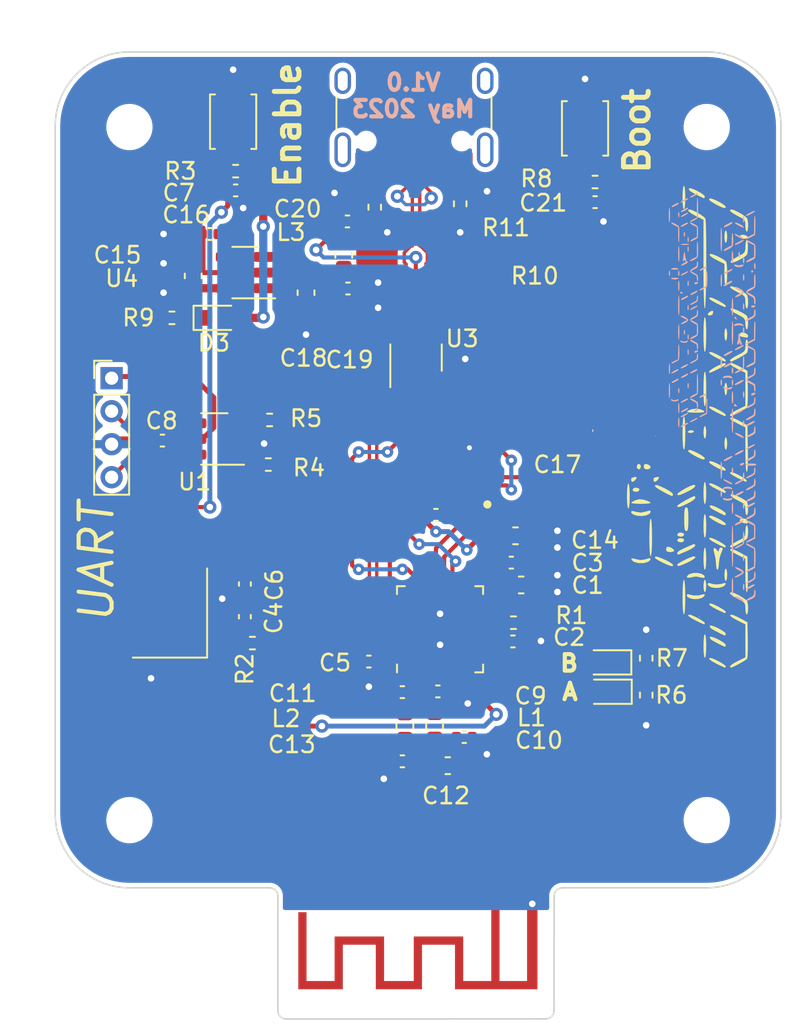
<source format=kicad_pcb>
(kicad_pcb (version 20211014) (generator pcbnew)
  (title_block (title "ESP32-C3") (date "2023-05-14") (rev "1.0") (company "Sebastian Rincon"))
  (layers (0 "F.Cu" signal) (31 "B.Cu" power) (34 "B.Paste" user) (35 "F.Paste" user) (36 "B.SilkS" user "B.Silkscreen") (37 "F.SilkS" user "F.Silkscreen") (38 "B.Mask" user) (39 "F.Mask" user) (44 "Edge.Cuts" user))
  (net 0 "")
  (net 1 "+3.3VA")
  (net 2 "LNA_IN")
  (net 3 "/ANT1")
  (net 4 "Net-(C16-Pad1)")
  (net 5 "/BOOT")
  (net 6 "Net-(D3-Pad1)")
  (net 7 "SPI_NCS")
  (net 8 "SPI_DI")
  (net 9 "SPI_NWP")
  (net 10 "SPI_DO")
  (net 11 "SPI_CLK")
  (net 12 "SPI_NHLD")
  (net 13 "Net-(J1-Pad2)")
  (net 14 "Net-(J1-Pad4)")
  (net 18 "/FSPI_CLK")
  (net 19 "/UART0_TX")
  (net 20 "/UART0_RX")
  (net 24 "/LED A")
  (net 25 "/LED B")
  (net 26 "/INT_ACC")
  (net 27 "/FSPI_D")
  (net 30 "+3.3V")
  (net 31 "GND")
  (net 32 "Net-(D2-Pad1)")
  (net 33 "/VBUS_FILTER")
  (net 34 "Net-(D1-Pad1)")
  (net 35 "/XTAL_N")
  (net 36 "/XTAL_P")
  (net 37 "/XTAL_OUT")
  (net 38 "/CHIP_EN")
  (net 39 "/USB_D-")
  (net 40 "/USB_D+")
  (net 41 "/FSPI_CLK_OUT")
  (net 42 "/VDD_SPI")
  (net 43 "/D+")
  (net 44 "/D-")
  (net 45 "/CC1")
  (net 46 "/CC2")
  (net 47 "/VBUS FILT")
  (net 48 "/VBUS")
  (footprint "MountingHole:MountingHole_2.2mm_M2" (layer "F.Cu") (at 166.3676 108.3928)
    (fp_text reference "H4")
    (fp_text value "MountingHole")
  )
  (footprint "Capacitor_SMD:C_0402_1005Metric" (layer "F.Cu") (at 137.8064 70.2332 180)
    (fp_text reference "C7")
    (fp_text value "100n")
  )
  (footprint "Resistor_SMD:R_0402_1005Metric" (layer "F.Cu") (at 139.8676 84.1428 180)
    (fp_text reference "R5")
    (fp_text value "470R")
  )
  (footprint "Resistor_SMD:R_0402_1005Metric" (layer "F.Cu") (at 137.8064 69.0648)
    (fp_text reference "R3")
    (fp_text value "5k1")
  )
  (footprint "Capacitor_SMD:C_0603_1608Metric" (layer "F.Cu") (at 154.7736 91.1628 180)
    (fp_text reference "C14")
    (fp_text value "10u")
  )
  (footprint "Resistor_SMD:R_0402_1005Metric" (layer "F.Cu") (at 162.6984 98.5776 90)
    (fp_text reference "R7")
    (fp_text value "1k")
  )
  (footprint "MountingHole:MountingHole_2.2mm_M2" (layer "F.Cu") (at 166.3676 66.3928)
    (fp_text reference "H1")
    (fp_text value "MountingHole")
  )
  (footprint "Capacitor_SMD:C_0402_1005Metric" (layer "F.Cu") (at 150.0676 100.5928)
    (fp_text reference "C9")
    (fp_text value "100n")
  )
  (footprint "Capacitor_SMD:C_0603_1608Metric" (layer "F.Cu") (at 135.2356 75.4148 90)
    (fp_text reference "C15")
    (fp_text value "10u")
  )
  (footprint "Resistor_SMD:R_0402_1005Metric" (layer "F.Cu") (at 146.2392 71.2492 90)
    (fp_text reference "R10")
    (fp_text value "5k1")
  )
  (footprint "W25Q16JVUXIQ_TR:SON50P300X200X60-9N" (layer "F.Cu") (at 151.2176 87.8608 180)
    (fp_text reference "IC1" hide)
    (fp_text value "W25Q16JVUXIQ_TR" hide)
  )
  (footprint "Resistor_SMD:R_0402_1005Metric" (layer "F.Cu") (at 154.650873 96.428091 180)
    (fp_text reference "R1")
    (fp_text value "22R")
  )
  (footprint "Package_TO_SOT_SMD:SOT-23-5" (layer "F.Cu") (at 138.4051 75.2128 180)
    (fp_text reference "U4")
    (fp_text value "SPX3819M5-L-3-3")
  )
  (footprint "Inductor_SMD:L_0603_1608Metric" (layer "F.Cu") (at 144.3596 74.1448 90)
    (fp_text reference "L3")
    (fp_text value "2n2")
  )
  (footprint "Capacitor_SMD:C_0402_1005Metric" (layer "F.Cu") (at 145.8836 98.7828 180)
    (fp_text reference "C5")
    (fp_text value "100n")
  )
  (footprint "LED_SMD:LED_0603_1608Metric" (layer "F.Cu") (at 160.3361 100.6116 180)
    (fp_text reference "A")
    (fp_text value "LED")
  )
  (footprint "Capacitor_SMD:C_0402_1005Metric" (layer "F.Cu") (at 144.6136 76.1768)
    (fp_text reference "C19")
    (fp_text value "100n")
  )
  (footprint "ESP32 Ant:ESPRESSIF_ESP32_MIFA_2.4GHz_Right" (layer "F.Cu") (at 153.404735 113.491922 180)
    (fp_text reference "ANT1")
    (fp_text value "ESP32_Antenna")
  )
  (footprint "Connector_PinHeader_2.00mm:PinHeader_1x04_P2.00mm_Vertical" (layer "F.Cu") (at 130.288 81.6124)
    (fp_text reference "J1" hide)
    (fp_text value "Conn_01x04_Male")
  )
  (footprint "Resistor_SMD:R_0402_1005Metric" (layer "F.Cu") (at 162.6984 100.8148 -90)
    (fp_text reference "R6")
    (fp_text value "1k")
  )
  (footprint "Connector_USB:USB_C_Receptacle_HRO_TYPE-C-31-M-12" (layer "F.Cu") (at 148.6176 64.6428 180)
    (fp_text reference "J2")
    (fp_text value "USB_C_Receptacle_USB2.0")
  )
  (footprint "Capacitor_SMD:C_0402_1005Metric" (layer "F.Cu") (at 136.2596 72.8748 180)
    (fp_text reference "C16")
    (fp_text value "100n")
  )
  (footprint "Capacitor_SMD:C_0402_1005Metric" (layer "F.Cu") (at 149.9476 89.8928)
    (fp_text reference "C17")
    (fp_text value "100n")
  )
  (footprint "Package_TO_SOT_SMD:SOT-23-6" (layer "F.Cu") (at 136.5136 85.2954 180)
    (fp_text reference "U1")
    (fp_text value "USBLC6-2SC6")
  )
  (footprint "Button_Switch_SMD:SW_SPST_B3U-1000P" (layer "F.Cu") (at 158.99 66.474 90)
    (fp_text reference "SW2" hide)
    (fp_text value "SW_Push")
  )
  (footprint "Inductor_SMD:L_0603_1608Metric" (layer "F.Cu") (at 149.8676 102.6803 -90)
    (fp_text reference "L1")
    (fp_text value "2n2")
  )
  (footprint "Package_DFN_QFN:QFN-32-1EP_5x5mm_P0.5mm_EP3.45x3.45mm" (layer "F.Cu") (at 150.199 96.827 90)
    (fp_text reference "U2" hide)
    (fp_text value "ESP32-C3")
  )
  (footprint "Capacitor_SMD:C_0402_1005Metric" (layer "F.Cu") (at 159.5996 70.9444)
    (fp_text reference "C21")
    (fp_text value "100n")
  )
  (footprint "Resistor_SMD:R_0402_1005Metric" (layer "F.Cu") (at 138.8224 97.6652)
    (fp_text reference "R2")
    (fp_text value "22R")
  )
  (footprint "Capacitor_SMD:C_0402_1005Metric" (layer "F.Cu") (at 151.6676 103.3548)
    (fp_text reference "C10")
    (fp_text value "100n")
  )
  (footprint "Resistor_SMD:R_0402_1005Metric" (layer "F.Cu") (at 151.4208 71.046 90)
    (fp_text reference "R11")
    (fp_text value "5k1")
  )
  (footprint "Inductor_SMD:L_0603_1608Metric" (layer "F.Cu") (at 148.0654 102.6945 -90)
    (fp_text reference "L2")
    (fp_text value "2n2")
  )
  (footprint "Button_Switch_SMD:SW_SPST_B3U-1000P" (layer "F.Cu") (at 137.654 66.0676 -90)
    (fp_text reference "SW1" hide)
    (fp_text value "SW_Push")
  )
  (footprint "LED_SMD:LED_0603_1608Metric" (layer "F.Cu") (at 136.7396 77.9548)
    (fp_text reference "D3")
    (fp_text value "LED")
  )
  (footprint "Resistor_SMD:R_0402_1005Metric" (layer "F.Cu") (at 139.7876 86.8448)
    (fp_text reference "R4")
    (fp_text value "470R")
  )
  (footprint "Resistor_SMD:R_0402_1005Metric" (layer "F.Cu") (at 159.5976 69.7252)
    (fp_text reference "R8")
    (fp_text value "5k1")
  )
  (footprint "Capacitor_SMD:C_0402_1005Metric" (layer "F.Cu") (at 138.3676 94.0838 90)
    (fp_text reference "C6")
    (fp_text value "10p")
  )
  (footprint "LOGO" (layer "F.Cu") (at 163.816 89.9436 90)
    (fp_text reference "G***")
    (fp_text value "LOGO" hide)
  )
  (footprint "Capacitor_SMD:C_0402_1005Metric" (layer "F.Cu") (at 138.3652 96.065 -90)
    (fp_text reference "C4")
    (fp_text value "10p")
  )
  (footprint "Capacitor_SMD:C_0402_1005Metric" (layer "F.Cu") (at 147.9156 104.828 180)
    (fp_text reference "C13")
    (fp_text value "3p3")
  )
  (footprint "Capacitor_SMD:C_0402_1005Metric" (layer "F.Cu") (at 147.913 100.637 180)
    (fp_text reference "C11")
    (fp_text value "3p3")
  )
  (footprint "Capacitor_SMD:C_0402_1005Metric" (layer "F.Cu") (at 154.6176 97.5636)
    (fp_text reference "C2")
    (fp_text value "100n")
  )
  (footprint "Capacitor_SMD:C_0402_1005Metric" (layer "F.Cu") (at 133.3676 85.3928 180)
    (fp_text reference "C8")
    (fp_text value "100n")
  )
  (footprint "Capacitor_SMD:C_0402_1005Metric" (layer "F.Cu") (at 144.5856 72.1128)
    (fp_text reference "C20")
    (fp_text value "100n")
  )
  (footprint "MountingHole:MountingHole_2.2mm_M2" (layer "F.Cu") (at 131.3676 108.3928)
    (fp_text reference "H3")
    (fp_text value "MountingHole")
  )
  (footprint "LED_SMD:LED_0603_1608Metric" (layer "F.Cu") (at 160.3108 98.8336 180)
    (fp_text reference "B")
    (fp_text value "LED")
  )
  (footprint "MountingHole:MountingHole_2.2mm_M2" (layer "F.Cu") (at 131.3676 66.3928)
    (fp_text reference "H2")
    (fp_text value "MountingHole")
  )
  (footprint "Crystal:Crystal_SMD_3225-4Pin_3.2x2.5mm_HandSoldering" (layer "F.Cu") (at 133.8256 95.8428 90)
    (fp_text reference "Crystal1" hide)
    (fp_text value "40MHz")
  )
  (footprint "Capacitor_SMD:C_0603_1608Metric" (layer "F.Cu") (at 155.1176 94.1428)
    (fp_text reference "C1")
    (fp_text value "10u")
  )
  (footprint "LOGO" (layer "F.Cu") (at 166.7624 84 90)
    (fp_text reference "G***")
    (fp_text value "LOGO" hide)
  )
  (footprint "Capacitor_SMD:C_0603_1608Metric" (layer "F.Cu") (at 142.0736 76.4308 -90)
    (fp_text reference "C18")
    (fp_text value "10u")
  )
  (footprint "Capacitor_SMD:C_0603_1608Metric" (layer "F.Cu") (at 150.6676 105.0928)
    (fp_text reference "C12")
    (fp_text value "10u")
  )
  (footprint "Resistor_SMD:R_0402_1005Metric" (layer "F.Cu") (at 133.9436 77.9548 180)
    (fp_text reference "R9")
    (fp_text value "1k")
  )
  (footprint "Capacitor_SMD:C_0402_1005Metric" (layer "F.Cu") (at 154.5196 92.7884)
    (fp_text reference "C3")
    (fp_text value "100n")
  )
  (footprint "Package_TO_SOT_SMD:SOT-23-6" (layer "F.Cu") (at 148.7436 80.3623 90)
    (fp_text reference "U3")
    (fp_text value "USBLC6-2SC6")
  )
  (footprint "LOGO" (layer "B.Cu") (at 168.1988 83.6168 -90)
    (fp_text reference "G***")
    (fp_text value "LOGO")
  )
  (footprint "LOGO" (layer "B.Cu") (at 165.2016 77.6224 -90)
    (fp_text reference "G***")
    (fp_text value "LOGO" hide)
  )
  (gr_arc (start 126.8676 66.3428) (mid 128.185619 63.160819) (end 131.3676 61.8428) (layer "Edge.Cuts") (width 0.1))
  (gr_arc (start 157.1176 112.9928) (mid 157.264047 112.639247) (end 157.6176 112.4928) (layer "Edge.Cuts") (width 0.1))
  (gr_arc (start 170.8676 107.9928) (mid 169.549581 111.174781) (end 166.3676 112.4928) (layer "Edge.Cuts") (width 0.1))
  (gr_line (start 166.3676 61.8428) (end 131.3676 61.8428) (layer "Edge.Cuts") (width 0.1))
  (gr_line (start 157.1176 112.9928) (end 157.106466 119.937701) (layer "Edge.Cuts") (width 0.1))
  (gr_line (start 140.8676 120.4428) (end 156.60428 120.439887) (layer "Edge.Cuts") (width 0.1))
  (gr_line (start 170.8676 66.3428) (end 170.8676 107.9928) (layer "Edge.Cuts") (width 0.1))
  (gr_arc (start 139.8676 112.4928) (mid 140.221153 112.639247) (end 140.3676 112.9928) (layer "Edge.Cuts") (width 0.1))
  (gr_line (start 157.6176 112.4928) (end 166.3676 112.4928) (layer "Edge.Cuts") (width 0.1))
  (gr_line (start 126.8676 107.9928) (end 126.8676 66.3428) (layer "Edge.Cuts") (width 0.1))
  (gr_arc (start 131.3676 112.4928) (mid 128.185619 111.174781) (end 126.8676 107.9928) (layer "Edge.Cuts") (width 0.1))
  (gr_line (start 140.3676 112.9928) (end 140.3676 119.9428) (layer "Edge.Cuts") (width 0.1))
  (gr_arc (start 157.106466 119.937701) (mid 156.959378 120.292792) (end 156.60428 120.439887) (layer "Edge.Cuts") (width 0.1))
  (gr_line (start 139.8676 112.4928) (end 131.3676 112.4928) (layer "Edge.Cuts") (width 0.1))
  (gr_arc (start 140.8676 120.4428) (mid 140.514047 120.296353) (end 140.3676 119.9428) (layer "Edge.Cuts") (width 0.1))
  (gr_arc (start 166.3676 61.8428) (mid 169.549581 63.160819) (end 170.8676 66.3428) (layer "Edge.Cuts") (width 0.1))
  (gr_text "V1.0\nMay 2023" (at 148.576 64.4928) (layer "B.SilkS") (effects (font (size 1 1) (thickness 0.25)) (justify mirror)))
  (gr_text "Enable\n\n" (at 142.1752 66.2708 90) (layer "F.SilkS") (effects (font (size 1.5 1.5) (thickness 0.3))))
  (gr_text "Boot\n" (at 162.1396 66.6264 90) (layer "F.SilkS") (effects (font (size 1.5 1.5) (thickness 0.3))))
  (gr_text "UART\n" (at 129.3736 92.7376 90) (layer "F.SilkS") (effects (font (size 2 2) (thickness 0.25) italic)))
  (segment (start 149.5876 101.6128) (end 149.8676 101.8928) (width 0.25) (layer "F.Cu") (net 1))
  (segment (start 149.449 100.4542) (end 149.5876 100.5928) (width 0.25) (layer "F.Cu") (net 1))
  (segment (start 146.7472 98.7828) (end 147.5557 98.7828) (width 0.25) (layer "F.Cu") (net 1))
  (segment (start 152.6365 97.577) (end 154.1242 97.577) (width 0.25) (layer "F.Cu") (net 1))
  (segment (start 149.449 100.2654) (end 149.449 100.4542) (width 0.25) (layer "F.Cu") (net 1))
  (segment (start 151.949 94.2414) (end 153.402 92.7884) (width 0.3) (layer "F.Cu") (net 1))
  (segment (start 153.402 92.7884) (end 154.0396 92.7884) (width 0.3) (layer "F.Cu") (net 1))
  (segment (start 154.0959 94.3895) (end 154.3426 94.1428) (width 0.25) (layer "F.Cu") (net 1))
  (segment (start 154.1242 97.577) (end 154.1376 97.5636) (width 0.25) (layer "F.Cu") (net 1))
  (segment (start 147.5557 98.7828) (end 147.7615 98.577) (width 0.25) (layer "F.Cu") (net 1))
  (segment (start 148.949 99.2645) (end 148.949 99.7654) (width 0.25) (layer "F.Cu") (net 1))
  (segment (start 151.949 94.3895) (end 154.0959 94.3895) (width 0.25) (layer "F.Cu") (net 1))
  (segment (start 148.949 99.7654) (end 149.449 100.2654) (width 0.25) (layer "F.Cu") (net 1))
  (segment (start 149.5876 100.5928) (end 149.5876 101.6128) (width 0.25) (layer "F.Cu") (net 1))
  (segment (start 151.949 94.3895) (end 151.949 94.2414) (width 0.3) (layer "F.Cu") (net 1))
  (segment (start 147.7615 98.077) (end 147.453 98.077) (width 0.25) (layer "F.Cu") (net 1))
  (segment (start 149.449 99.2645) (end 149.449 100.2654) (width 0.25) (layer "F.Cu") (net 1))
  (segment (start 146.3636 98.7828) (end 146.7472 98.7828) (width 0.25) (layer "F.Cu") (net 1))
  (segment (start 147.453 98.077) (end 146.7472 98.7828) (width 0.25) (layer "F.Cu") (net 1))
  (segment (start 148.393 101.5794) (end 148.0654 101.907) (width 0.25) (layer "F.Cu") (net 2))
  (segment (start 148.393 100.637) (end 148.393 101.5794) (width 0.25) (layer "F.Cu") (net 2))
  (segment (start 148.449 100.581) (end 148.393 100.637) (width 0.25) (layer "F.Cu") (net 2))
  (segment (start 148.449 99.2645) (end 148.449 100.581) (width 0.25) (layer "F.Cu") (net 2))
  (segment (start 148.3956 108.322787) (end 148.3956 104.828) (width 0.5) (layer "F.Cu") (net 3))
  (segment (start 148.0654 104.4978) (end 148.3956 104.828) (width 0.25) (layer "F.Cu") (net 3))
  (segment (start 153.554735 113.481922) (end 148.3956 108.322787) (width 0.5) (layer "F.Cu") (net 3))
  (segment (start 148.0654 103.482) (end 148.0654 104.4978) (width 0.25) (layer "F.Cu") (net 3))
  (segment (start 137.2676 73.4028) (end 136.7396 72.8748) (width 0.25) (layer "F.Cu") (net 4))
  (segment (start 137.2676 74.2628) (end 137.2676 73.4028) (width 0.25) (layer "F.Cu") (net 4))
  (segment (start 152.6365 95.577) (end 160.0622 95.577) (width 0.3) (layer "F.Cu") (net 5))
  (segment (start 159.1196 70.9444) (end 159.1196 69.7572) (width 0.25) (layer "F.Cu") (net 5))
  (segment (start 159.0876 69.7252) (end 159.0876 68.2716) (width 0.25) (layer "F.Cu") (net 5))
  (segment (start 161.8348 93.8044) (end 161.8348 78.0056) (width 0.3) (layer "F.Cu") (net 5))
  (segment (start 159.0408 71.0232) (end 159.1196 70.9444) (width 0.3) (layer "F.Cu") (net 5))
  (segment (start 159.0876 68.2716) (end 158.99 68.174) (width 0.25) (layer "F.Cu") (net 5))
  (segment (start 159.0408 75.2116) (end 159.0408 71.0232) (width 0.3) (layer "F.Cu") (net 5))
  (segment (start 159.1196 69.7572) (end 159.0876 69.7252) (width 0.25) (layer "F.Cu") (net 5))
  (segment (start 161.8348 78.0056) (end 159.0408 75.2116) (width 0.3) (layer "F.Cu") (net 5))
  (segment (start 160.0622 95.577) (end 161.8348 93.8044) (width 0.3) (layer "F.Cu") (net 5))
  (segment (start 134.4536 77.9548) (end 135.9521 77.9548) (width 0.25) (layer "F.Cu") (net 6))
  (segment (start 152.6176 88.6108) (end 152.6176 89.2548) (width 0.25) (layer "F.Cu") (net 7))
  (segment (start 149.949 94.3895) (end 149.949 94.4634) (width 0.25) (layer "F.Cu") (net 7))
  (segment (start 149.949 94.4634) (end 149.9476 94.4648) (width 0.25) (layer "F.Cu") (net 7))
  (segment (start 149.949 91.9234) (end 149.949 94.3895) (width 0.25) (layer "F.Cu") (net 7))
  (segment (start 152.6176 89.2548) (end 149.949 91.9234) (width 0.25) (layer "F.Cu") (net 7))
  (segment (start 148.239808 93.1948) (end 147.9156 93.1948) (width 0.25) (layer "F.Cu") (net 8))
  (segment (start 144.8676 86.4783) (end 145.2631 86.0828) (width 0.25) (layer "F.Cu") (net 8))
  (segment (start 154.2616 88.1108) (end 154.5196 88.3688) (width 0.25) (layer "F.Cu") (net 8))
  (segment (start 145.2631 93.1948) (end 145.1216 93.1948) (width 0.25) (layer "F.Cu") (net 8))
  (segment (start 148.949 93.903992) (end 148.239808 93.1948) (width 0.25) (layer "F.Cu") (net 8))
  (segment (start 152.7416 84.8128) (end 154.5196 86.5908) (width 0.25) (layer "F.Cu") (net 8))
  (segment (start 144.8676 92.9408) (end 144.8676 86.4783) (width 0.25) (layer "F.Cu") (net 8))
  (segment (start 145.1216 93.1948) (end 144.8676 92.9408) (width 0.25) (layer "F.Cu") (net 8))
  (segment (start 152.6176 88.1108) (end 154.2616 88.1108) (width 0.25) (layer "F.Cu") (net 8))
  (segment (start 148.949 94.3895) (end 148.949 93.903992) (width 0.25) (layer "F.Cu") (net 8))
  (segment (start 147.0121 86.0828) (end 148.2821 84.8128) (width 0.25) (layer "F.Cu") (net 8))
  (segment (start 148.2821 84.8128) (end 152.7416 84.8128) (width 0.25) (layer "F.Cu") (net 8))
  (via (at 145.2631 86.0828) (size 0.7) (drill 0.3) (layers "F.Cu" "B.Cu") (net 8))
  (via (at 154.5196 88.3688) (size 0.7) (drill 0.3) (layers "F.Cu" "B.Cu") (net 8))
  (via (at 145.2631 93.1948) (size 0.7) (drill 0.3) (layers "F.Cu" "B.Cu") (net 8))
  (via (at 147.9156 93.1948) (size 0.7) (drill 0.3) (layers "F.Cu" "B.Cu") (net 8))
  (via (at 147.0121 86.0828) (size 0.7) (drill 0.3) (layers "F.Cu" "B.Cu") (net 8))
  (via (at 154.5196 86.5908) (size 0.7) (drill 0.3) (layers "F.Cu" "B.Cu") (net 8))
  (segment (start 154.5196 86.5908) (end 154.5196 88.3688) (width 0.25) (layer "B.Cu") (net 8))
  (segment (start 147.9156 93.1948) (end 145.2631 93.1948) (width 0.25) (layer "B.Cu") (net 8))
  (segment (start 145.2631 86.0828) (end 147.0121 86.0828) (width 0.25) (layer "B.Cu") (net 8))
  (segment (start 152.9956 89.8928) (end 155.7896 89.8928) (width 0.25) (layer "F.Cu") (net 9))
  (segment (start 156.2976 87.8608) (end 156.0476 87.6108) (width 0.25) (layer "F.Cu") (net 9))
  (segment (start 150.449 94.3895) (end 150.449 92.4394) (width 0.25) (layer "F.Cu") (net 9))
  (segment (start 150.449 92.4394) (end 152.9956 89.8928) (width 0.25) (layer "F.Cu") (net 9))
  (segment (start 155.7896 89.8928) (end 156.2976 89.3848) (width 0.25) (layer "F.Cu") (net 9))
  (segment (start 156.2976 89.3848) (end 156.2976 87.8608) (width 0.25) (layer "F.Cu") (net 9))
  (segment (start 156.0476 87.6108) (end 152.6176 87.6108) (width 0.25) (layer "F.Cu") (net 9))
  (segment (start 147.1536 93.9568) (end 147.1536 87.6068) (width 0.25) (layer "F.Cu") (net 10))
  (segment (start 147.1536 87.6068) (end 147.6496 87.1108) (width 0.25) (layer "F.Cu") (net 10))
  (segment (start 148.449 94.3895) (end 147.5863 94.3895) (width 0.25) (layer "F.Cu") (net 10))
  (segment (start 147.5863 94.3895) (end 147.1536 93.9568) (width 0.25) (layer "F.Cu") (net 10))
  (segment (start 147.6496 87.1108) (end 149.8176 87.1108) (width 0.25) (layer "F.Cu") (net 10))
  (segment (start 148.4196 87.6108) (end 149.8176 87.6108) (width 0.25) (layer "F.Cu") (net 11))
  (segment (start 149.449 93.4582) (end 147.9156 91.9248) (width 0.25) (layer "F.Cu") (net 11))
  (segment (start 147.9156 91.9248) (end 147.9156 88.1148) (width 0.25) (layer "F.Cu") (net 11))
  (segment (start 149.449 94.3895) (end 149.449 93.4582) (width 0.25) (layer "F.Cu") (net 11))
  (segment (start 147.9156 88.1148) (end 148.4196 87.6108) (width 0.25) (layer "F.Cu") (net 11))
  (segment (start 148.9356 88.1108) (end 149.8176 88.1108) (width 0.25) (layer "F.Cu") (net 12))
  (segment (start 150.949 94.4502) (end 150.9636 94.4648) (width 0.25) (layer "F.Cu") (net 12))
  (segment (start 150.949 92.893288) (end 150.949 94.3895) (width 0.25) (layer "F.Cu") (net 12))
  (segment (start 151.139494 92.702794) (end 150.949 92.893288) (width 0.25) (layer "F.Cu") (net 12))
  (segment (start 148.9316 91.6708) (end 148.3656 91.1048) (width 0.25) (layer "F.Cu") (net 12))
  (segment (start 148.3656 88.6808) (end 148.9356 88.1108) (width 0.25) (layer "F.Cu") (net 12))
  (segment (start 150.949 94.3895) (end 150.949 94.4502) (width 0.25) (layer "F.Cu") (net 12))
  (segment (start 148.3656 91.1048) (end 148.3656 88.6808) (width 0.25) (layer "F.Cu") (net 12))
  (via (at 151.139494 92.702794) (size 0.7) (drill 0.3) (layers "F.Cu" "B.Cu") (net 12))
  (via (at 148.9316 91.6708) (size 0.7) (drill 0.3) (layers "F.Cu" "B.Cu") (net 12))
  (segment (start 150.1075 91.6708) (end 148.9316 91.6708) (width 0.25) (layer "B.Cu") (net 12))
  (segment (start 151.139494 92.702794) (end 150.1075 91.6708) (width 0.25) (layer "B.Cu") (net 12))
  (segment (start 135.3761 84.3454) (end 131.021 84.3454) (width 0.25) (layer "F.Cu") (net 13))
  (segment (start 131.021 84.3454) (end 130.288 83.6124) (width 0.25) (layer "F.Cu") (net 13))
  (segment (start 131.655 86.2454) (end 130.288 87.6124) (width 0.25) (layer "F.Cu") (net 14))
  (segment (start 135.3761 86.2454) (end 131.655 86.2454) (width 0.25) (layer "F.Cu") (net 14))
  (segment (start 153.826309 96.428091) (end 154.140873 96.428091) (width 0.25) (layer "F.Cu") (net 18))
  (segment (start 153.1774 97.077) (end 153.826309 96.428091) (width 0.25) (layer "F.Cu") (net 18))
  (segment (start 152.6365 97.077) (end 153.1774 97.077) (width 0.25) (layer "F.Cu") (net 18))
  (segment (start 138.2505 86.8448) (end 137.6511 86.2454) (width 0.25) (layer "F.Cu") (net 19))
  (segment (start 143.4238 96.577) (end 140.3776 93.5308) (width 0.25) (layer "F.Cu") (net 19))
  (segment (start 140.3776 93.5308) (end 140.3776 86.9248) (width 0.25) (layer "F.Cu") (net 19))
  (segment (start 147.7615 96.577) (end 143.4238 96.577) (width 0.25) (layer "F.Cu") (net 19))
  (segment (start 140.3776 86.9248) (end 140.2976 86.8448) (width 0.25) (layer "F.Cu") (net 19))
  (segment (start 139.2776 86.8448) (end 138.2505 86.8448) (width 0.25) (layer "F.Cu") (net 19))
  (segment (start 141.0576 84.8228) (end 140.3776 84.1428) (width 0.25) (layer "F.Cu") (net 20))
  (segment (start 141.0576 93.4488) (end 141.0576 84.8228) (width 0.25) (layer "F.Cu") (net 20))
  (segment (start 137.8537 84.1428) (end 137.6511 84.3454) (width 0.25) (layer "F.Cu") (net 20))
  (segment (start 147.7615 96.077) (end 143.6858 96.077) (width 0.25) (layer "F.Cu") (net 20))
  (segment (start 143.6858 96.077) (end 141.0576 93.4488) (width 0.25) (layer "F.Cu") (net 20))
  (segment (start 139.3576 84.1428) (end 137.8537 84.1428) (width 0.25) (layer "F.Cu") (net 20))
  (segment (start 154.1885 99.2645) (end 155.5356 100.6116) (width 0.3) (layer "F.Cu") (net 24))
  (segment (start 155.5356 100.6116) (end 159.5486 100.6116) (width 0.3) (layer "F.Cu") (net 24))
  (segment (start 151.949 99.2645) (end 154.1885 99.2645) (width 0.3) (layer "F.Cu") (net 24))
  (segment (start 152.6365 98.577) (end 155.3298 98.577) (width 0.3) (layer "F.Cu") (net 25))
  (segment (start 155.3298 98.577) (end 155.688 98.9352) (width 0.3) (layer "F.Cu") (net 25))
  (segment (start 159.4217 98.9352) (end 159.5233 98.8336) (width 0.3) (layer "F.Cu") (net 25))
  (segment (start 155.688 98.9352) (end 159.4217 98.9352) (width 0.3) (layer "F.Cu") (net 25))
  (segment (start 149.8676 103.4678) (end 150.9626 103.4678) (width 0.25) (layer "F.Cu") (net 30))
  (segment (start 161.9872 69.7252) (end 160.1076 69.7252) (width 0.5) (layer "F.Cu") (net 30))
  (segment (start 155.6372 65.8136) (end 156.45 66.6264) (width 0.5) (layer "F.Cu") (net 30))
  (segment (start 162.292 69.4204) (end 161.9872 69.7252) (width 0.5) (layer "F.Cu") (net 30))
  (segment (start 139.4828 69.5728) (end 138.9748 69.0648) (width 0.5) (layer "F.Cu") (net 30))
  (segment (start 137.2676 76.1628) (end 137.2676 77.6953) (width 0.5) (layer "F.Cu") (net 30))
  (segment (start 156.45 66.6264) (end 160.8188 66.6264) (width 0.5) (layer "F.Cu") (net 30))
  (segment (start 149.8676 105.0678) (end 149.8926 105.0928) (width 0.5) (layer "F.Cu") (net 30))
  (segment (start 149.8676 103.4678) (end 149.8676 105.0678) (width 0.5) (layer "F.Cu") (net 30))
  (segment (start 162.292 68.0996) (end 162.292 69.4204) (width 0.5) (layer "F.Cu") (net 30))
  (segment (start 139.432 77.9548) (end 139.4828 77.904) (width 0.5) (layer "F.Cu") (net 30))
  (segment (start 135.2626 76.1628) (end 135.2356 76.1898) (width 0.5) (layer "F.Cu") (net 30))
  (segment (start 137.5271 77.9548) (end 139.432 77.9548) (width 0.5) (layer "F.Cu") (net 30))
  (segment (start 139.4828 72.4176) (end 139.4828 69.5728) (width 0.5) (layer "F.Cu") (net 30))
  (segment (start 137.2676 77.6953) (end 137.5271 77.9548) (width 0.5) (layer "F.Cu") (net 30))
  (segment (start 137.2676 76.1628) (end 135.2626 76.1628) (width 0.5) (layer "F.Cu") (net 30))
  (segment (start 138.9748 69.0648) (end 138.3164 69.0648) (width 0.5) (layer "F.Cu") (net 30))
  (segment (start 160.8188 66.6264) (end 162.292 68.0996) (width 0.5) (layer "F.Cu") (net 30))
  (segment (start 139.4828 69.5728) (end 143.242 65.8136) (width 0.5) (layer "F.Cu") (net 30))
  (segment (start 143.242 65.8136) (end 155.6372 65.8136) (width 0.5) (layer "F.Cu") (net 30))
  (via (at 139.4828 77.904) (size 0.8) (drill 0.4) (layers "F.Cu" "B.Cu") (net 30))
  (via (at 139.4828 72.4176) (size 0.8) (drill 0.4) (layers "F.Cu" "B.Cu") (net 30))
  (segment (start 139.4828 77.904) (end 139.4828 72.4176) (width 0.5) (layer "B.Cu") (net 30))
  (segment (start 151.878 101.3228) (end 151.148 100.5928) (width 0.5) (layer "F.Cu") (net 31))
  (segment (start 150.199 95.8898) (end 150.2016 95.8872) (width 0.5) (layer "F.Cu") (net 31))
  (segment (start 135.8086 75.2128) (end 135.2356 74.6398) (width 0.3) (layer "F.Cu") (net 31))
  (segment (start 139.2542 85.2954) (end 139.5336 85.5748) (width 0.5) (layer "F.Cu") (net 31))
  (segment (start 136.4136 94.3928) (end 136.9936 94.9728) (width 0.5) (layer "F.Cu") (net 31))
  (segment (start 152.6176 86.4668) (end 152.6176 87.0108) (width 0.5) (layer "F.Cu") (net 31))
  (segment (start 155.789735 113.464135) (end 155.7896 113.464) (width 0.5) (layer "F.Cu") (net 31))
  (segment (start 138.2864 70.2332) (end 138.2864 71.2772) (width 0.5) (layer "F.Cu") (net 31))
  (segment (start 151.9796 85.8288) (end 152.6176 86.4668) (width 0.5) (layer "F.Cu") (net 31))
  (segment (start 150.199 97.7642) (end 150.2016 97.7668) (width 0.5) (layer "F.Cu") (net 31))
  (segment (start 130.5076 85.3928) (end 130.288 85.6124) (width 0.5) (layer "F.Cu") (net 31))
  (segment (start 155.0976 97.5636) (end 156.28941 97.5636) (width 0.5) (layer "F.Cu") (net 31))
  (segment (start 146.2138 100.637) (end 147.433 100.637) (width 0.5) (layer "F.Cu") (net 31))
  (segment (start 137.6058 95.585) (end 136.9936 94.9728) (width 0.5) (layer "F.Cu") (net 31))
  (segment (start 162.6984 101.3248) (end 162.6984 102.6436) (width 0.5) (layer "F.Cu") (net 31))
  (segment (start 137.654 64.3676) (end 137.654 62.918) (width 0.5) (layer "F.Cu") (net 31))
  (segment (start 151.2176 86.5908) (end 151.9796 85.8288) (width 0.5) (layer "F.Cu") (net 31))
  (segment (start 145.3676 68.8188) (end 143.8008 70.3856) (width 0.5) (layer "F.Cu") (net 31))
  (segment (start 153.022087 104.3878) (end 153.036509 104.402222) (width 0.5) (layer "F.Cu") (net 31))
  (segment (start 136.9936 94.9728) (end 137.9586 94.9728) (width 0.5) (layer "F.Cu") (net 31))
  (segment (start 152.1476 104.3878) (end 151.4426 105.0928) (width 0.5) (layer "F.Cu") (net 31))
  (segment (start 148.7436 81.4998) (end 148.7436 80.938772) (width 0.5) (layer "F.Cu") (net 31))
  (segment (start 137.9586 94.9728) (end 138.3676 94.5638) (width 0.5) (layer "F.Cu") (net 31))
  (segment (start 150.4276 89.8928) (end 151.2176 89.1028) (width 0.25) (layer "F.Cu") (net 31))
  (segment (start 132.8876 85.3928) (end 130.5076 85.3928) (width 0.5) (layer "F.Cu") (net 31))
  (segment (start 138.2864 71.2772) (end 138.2636 71.3) (width 0.5) (layer "F.Cu") (net 31))
  (segment (start 147.4356 105.241636) (end 146.789296 105.88794) (width 0.5) (layer "F.Cu") (net 31))
  (segment (start 145.4036 99.8268) (end 146.2138 100.637) (width 0.5) (layer "F.Cu") (net 31))
  (segment (start 132.6756 97.2928) (end 132.6756 99.7988) (width 0.5) (layer "F.Cu") (net 31))
  (segment (start 153.0464 70.284) (end 151.8676 69.1052) (width 0.5) (layer "F.Cu") (net 31))
  (segment (start 150.199 96.827) (end 150.199 95.8898) (width 0.5) (layer "F.Cu") (net 31))
  (segment (start 149.295072 80.3873) (end 151.6689 80.3873) (width 0.5) (layer "F.Cu") (net 31))
  (segment (start 148.7436 80.938772) (end 149.295072 80.3873) (width 0.5) (layer "F.Cu") (net 31))
  (segment (start 134.9756 94.3928) (end 136.4136 94.3928) (width 0.5) (layer "F.Cu") (net 31))
  (segment (start 155.789735 113.481922) (end 155.789735 113.464135) (width 0.5) (layer "F.Cu") (net 31))
  (segment (start 150.199 96.827) (end 150.199 97.7642) (width 0.5) (layer "F.Cu") (net 31))
  (segment (start 138.3652 95.585) (end 137.6058 95.585) (width 0.5) (layer "F.Cu") (net 31))
  (segment (start 151.8676 69.1052) (end 151.8676 68.6878) (width 0.5) (layer "F.Cu") (net 31))
  (segment (start 139.5426 75.2128) (end 135.8086 75.2128) (width 0.3) (layer "F.Cu") (net 31))
  (segment (start 158.99 64.774) (end 158.99 63.4768) (width 0.5) (layer "F.Cu") (net 31))
  (segment (start 160.0796 72.0848) (end 160.1076 72.1128) (width 0.5) (layer "F.Cu") (net 31))
  (segment (start 162.6984 98.0676) (end 162.6984 96.8524) (width 0.5) (layer "F.Cu") (net 31))
  (segment (start 151.2176 87.8608) (end 151.2176 86.5908) (width 0.5) (layer "F.Cu") (net 31))
  (segment (start 137.6511 85.2954) (end 139.2542 85.2954) (width 0.5) (layer "F.Cu") (net 31))
  (segment (start 145.3676 68.6878) (end 145.3676 68.8188) (width 0.5) (layer "F.Cu") (net 31))
  (segment (start 151.148 100.5928) (end 150.5476 100.5928) (width 0.5) (layer "F.Cu") (net 31))
  (segment (start 145.4036 98.7828) (end 145.4036 99.8268) (width 0.5) (layer "F.Cu") (net 31))
  (segment (start 156.28941 97.5636) (end 156.316477 97.536533) (width 0.5) (layer "F.Cu") (net 31))
  (segment (start 160.0796 70.9444) (end 160.0796 72.0848) (width 0.5) (layer "F.Cu") (net 31))
  (segment (start 151.2176 89.1028) (end 151.2176 87.8608) (width 0.25) (layer "F.Cu") (net 31))
  (segment (start 152.1476 104.3878) (end 153.022087 104.3878) (width 0.5) (layer "F.Cu") (net 31))
  (segment (start 147.4356 104.828) (end 147.4356 105.241636) (width 0.5) (layer "F.Cu") (net 31))
  (segment (start 151.4208 72.7732) (end 151.4208 71.556) (width 0.5) (layer "F.Cu") (net 31))
  (segment (start 151.6689 80.3873) (end 151.7256 80.444) (width 0.5) (layer "F.Cu") (net 31))
  (segment (start 152.1476 103.3548) (end 152.1476 104.3878) (width 0.5) (layer "F.Cu") (net 31))
  (via (at 142.0736 78.9708) (size 0.8) (drill 0.4) (layers "F.Cu" "B.Cu") (net 31))
  (via (at 151.878 101.3228) (size 0.8) (drill 0.4) (layers "F.Cu" "B.Cu") (net 31))
  (via (at 151.4208 72.7732) (size 0.8) (drill 0.4) (layers "F.Cu" "B.Cu") (net 31))
  (via (at 143.8008 70.3856) (size 0.8) (drill 0.4) (layers "F.Cu" "B.Cu") (net 31))
  (via (at 139.5336 85.5748) (size 0.8) (drill 0.4) (layers "F.Cu" "B.Cu") (net 31))
  (via (at 133.4376 72.8748) (size 0.8) (drill 0.4) (layers "F.Cu" "B.Cu") (net 31))
  (via (at 151.7256 80.444) (size 0.8) (drill 0.4) (layers "F.Cu" "B.Cu") (net 31))
  (via (at 162.6984 102.6436) (size 0.8) (drill 0.4) (layers "F.Cu" "B.Cu") (net 31))
  (via (at 157.3136 90.858) (size 0.8) (drill 0.4) (layers "F.Cu" "B.Cu") (net 31))
  (via (at 147.0012 72.7732) (size 0.8) (drill 0.4) (layers "F.Cu" "B.Cu") (net 31))
  (via (at 137.654 62.918) (size 0.8) (drill 0.4) (layers "F.Cu" "B.Cu") (net 31))
  (via (at 160.1076 72.1128) (size 0.8) (drill 0.4) (layers "F.Cu" "B.Cu") (net 31))
  (via (at 136.9936 94.9728) (size 0.8) (drill 0.4) (layers "F.Cu" "B.Cu") (net 31))
  (via (at 157.3136 93.5504) (size 0.8) (drill 0.4) (layers "F.Cu" "B.Cu") (net 31))
  (via (at 145.8836 100.3068) (size 0.8) (drill 0.4) (layers "F.Cu" "B.Cu") (net 31))
  (via (at 151.9796 85.8288) (size 0.7) (drill 0.3) (layers "F.Cu" "B.Cu") (net 31))
  (via (at 155.7896 113.464) (size 0.8) (drill 0.4) (layers "F.Cu" "B.Cu") (net 31))
  (via (at 138.2636 71.3) (size 0.8) (drill 0.4) (layers "F.Cu" "B.Cu") (net 31))
  (via (at 162.6984 96.8524) (size 0.8) (drill 0.4) (layers "F.Cu" "B.Cu") (net 31))
  (via (at 157.3136 94.5664) (size 0.8) (drill 0.4) (layers "F.Cu" "B.Cu") (net 31))
  (via (at 153.036509 104.402222) (size 0.8) (drill 0.4) (layers "F.Cu" "B.Cu") (net 31))
  (via (at 157.3136 91.874) (size 0.8) (drill 0.4) (layers "F.Cu" "B.Cu") (net 31))
  (via (at 146.789296 105.88794) (size 0.8) (drill 0.4) (layers "F.Cu" "B.Cu") (net 31))
  (via (at 158.99 63.4768) (size 0.8) (drill 0.4) (layers "F.Cu" "B.Cu") (net 31))
  (via (at 153.0464 70.284) (size 0.8) (drill 0.4) (layers "F.Cu" "B.Cu") (net 31))
  (via (at 150.2016 95.8872) (size 0.8) (drill 0.4) (layers "F.Cu" "B.Cu") (net 31))
  (via (at 146.4424 75.8212) (size 0.8) (drill 0.4) (layers "F.Cu" "B.Cu") (net 31))
  (via (at 132.6756 99.7988) (size 0.8) (drill 0.4) (layers "F.Cu" "B.Cu") (net 31))
  (via (at 133.4376 74.6528) (size 0.8) (drill 0.4) (layers "F.Cu" "B.Cu") (net 31))
  (via (at 156.316477 97.536533) (size 0.8) (drill 0.4) (layers "F.Cu" "B.Cu") (net 31))
  (via (at 146.4424 77.3452) (size 0.8) (drill 0.4) (layers "F.Cu" "B.Cu") (net 31))
  (via (at 150.2016 97.7668) (size 0.8) (drill 0.4) (layers "F.Cu" "B.Cu") (net 31))
  (via (at 133.4376 76.4308) (size 0.8) (drill 0.4) (layers "F.Cu" "B.Cu") (net 31))
  (segment (start 161.784 99.0876) (end 162.6984 99.0876) (width 0.3) (layer "F.Cu") (net 32))
  (segment (start 161.53 98.8336) (end 161.784 99.0876) (width 0.3) (layer "F.Cu") (net 32))
  (segment (start 161.0983 98.8336) (end 161.53 98.8336) (width 0.3) (layer "F.Cu") (net 32))
  (segment (start 135.3761 85.2954) (end 135.795707 85.2954) (width 0.3) (layer "F.Cu") (net 33))
  (segment (start 136.4856 84.605507) (end 136.4856 82.7808) (width 0.3) (layer "F.Cu") (net 33))
  (segment (start 136.4856 82.7808) (end 135.2156 81.5108) (width 0.3) (layer "F.Cu") (net 33))
  (segment (start 133.8476 85.3928) (end 135.2787 85.3928) (width 0.25) (layer "F.Cu") (net 33))
  (segment (start 135.795707 85.2954) (end 136.4856 84.605507) (width 0.3) (layer "F.Cu") (net 33))
  (segment (start 135.2156 81.5108) (end 130.3896 81.5108) (width 0.3) (layer "F.Cu") (net 33))
  (segment (start 135.2787 85.3928) (end 135.3761 85.2954) (width 0.25) (layer "F.Cu") (net 33))
  (segment (start 130.3896 81.5108) (end 130.288 81.6124) (width 0.3) (layer "F.Cu") (net 33))
  (segment (start 161.1236 100.6116) (end 161.6316 100.6116) (width 0.3) (layer "F.Cu") (net 34))
  (segment (start 161.6316 100.6116) (end 161.9384 100.3048) (width 0.3) (layer "F.Cu") (net 34))
  (segment (start 161.9384 100.3048) (end 162.6984 100.3048) (width 0.3) (layer "F.Cu") (net 34))
  (segment (start 137.4506 92.6868) (end 133.6916 92.6868) (width 0.3) (layer "F.Cu") (net 35))
  (segment (start 138.6726 93.6038) (end 138.3676 93.6038) (width 0.2) (layer "F.Cu") (net 35))
  (segment (start 147.211348 97.177) (end 142.2458 97.177) (width 0.2) (layer "F.Cu") (net 35))
  (segment (start 147.7615 97.077) (end 147.311348 97.077) (width 0.2) (layer "F.Cu") (net 35))
  (segment (start 132.6756 93.7028) (end 132.6756 94.3928) (width 0.3) (layer "F.Cu") (net 35))
  (segment (start 138.3676 93.6038) (end 137.4506 92.6868) (width 0.3) (layer "F.Cu") (net 35))
  (segment (start 142.2458 97.177) (end 138.6726 93.6038) (width 0.2) (layer "F.Cu") (net 35))
  (segment (start 147.311348 97.077) (end 147.211348 97.177) (width 0.2) (layer "F.Cu") (net 35))
  (segment (start 133.6916 92.6868) (end 132.6756 93.7028) (width 0.3) (layer "F.Cu") (net 35))
  (segment (start 139.4206 97.577) (end 139.3324 97.6652) (width 0.2) (layer "F.Cu") (net 36))
  (segment (start 147.7615 97.577) (end 139.4206 97.577) (width 0.2) (layer "F.Cu") (net 36))
  (segment (start 138.3652 96.545) (end 138.317 96.4968) (width 0.3) (layer "F.Cu") (net 37))
  (segment (start 136.9596 97.2928) (end 134.9756 97.2928) (width 0.3) (layer "F.Cu") (net 37))
  (segment (start 138.3744 96.5008) (end 138.3652 96.4916) (width 0.25) (layer "F.Cu") (net 37))
  (segment (start 138.3124 96.5978) (end 138.3652 96.545) (width 0.3) (layer "F.Cu") (net 37))
  (segment (start 137.7556 96.4968) (end 136.9596 97.2928) (width 0.3) (layer "F.Cu") (net 37))
  (segment (start 138.3124 97.6652) (end 138.3124 96.5978) (width 0.3) (layer "F.Cu") (net 37))
  (segment (start 138.317 96.4968) (end 137.7556 96.4968) (width 0.3) (layer "F.Cu") (net 37))
  (segment (start 130.9992 102.6944) (end 143.0388 102.6944) (width 0.3) (layer "F.Cu") (net 38))
  (segment (start 136.2436 89.4236) (end 134.9948 89.4236) (width 0.25) (layer "F.Cu") (net 38))
  (segment (start 134.9948 89.4236) (end 132.646 91.7724) (width 0.3) (layer "F.Cu") (net 38))
  (segment (start 137.3264 71.1704) (end 136.9428 71.554) (width 0.3) (layer "F.Cu") (net 38))
  (segment (start 137.3264 70.2332) (end 137.3264 69.0948) (width 0.3) (layer "F.Cu") (net 38))
  (segment (start 129.5768 101.272) (end 130.9992 102.6944) (width 0.3) (layer "F.Cu") (net 38))
  (segment (start 151.449 99.2645) (end 151.449 99.827) (width 0.3) (layer "F.Cu") (net 38))
  (segment (start 132.646 91.7724) (end 130.8468 91.7724) (width 0.3) (layer "F.Cu") (net 38))
  (segment (start 130.8468 91.7724) (end 129.5768 93.0424) (width 0.3) (layer "F.Cu") (net 38))
  (segment (start 137.3264 69.0948) (end 137.2964 69.0648) (width 0.3) (layer "F.Cu") (net 38))
  (segment (start 137.3264 70.2332) (end 137.3264 71.1704) (width 0.3) (layer "F.Cu") (net 38))
  (segment (start 137.2964 68.1252) (end 137.654 67.7676) (width 0.3) (layer "F.Cu") (net 38))
  (segment (start 137.2964 69.0648) (end 137.2964 68.1252) (width 0.3) (layer "F.Cu") (net 38))
  (segment (start 129.5768 93.0424) (end 129.5768 101.272) (width 0.3) (layer "F.Cu") (net 38))
  (segment (start 151.449 99.827) (end 153.6052 101.9832) (width 0.3) (layer "F.Cu") (net 38))
  (via (at 136.2436 89.4236) (size 0.8) (drill 0.4) (layers "F.Cu" "B.Cu") (net 38))
  (via (at 136.9428 71.554) (size 0.8) (drill 0.4) (layers "F.Cu" "B.Cu") (net 38))
  (via (at 143.0388 102.6944) (size 0.8) (drill 0.4) (layers "F.Cu" "B.Cu") (net 38))
  (via (at 153.6052 101.9832) (size 0.8) (drill 0.4) (layers "F.Cu" "B.Cu") (net 38))
  (segment (start 136.2436 89.4236) (end 136.2316 89.4356) (width 0.3) (layer "B.Cu") (net 38))
  (segment (start 152.894 102.6944) (end 143.0388 102.6944) (width 0.3) (layer "B.Cu") (net 38))
  (segment (start 136.9428 71.554) (end 136.2436 72.2532) (width 0.3) (layer "B.Cu") (net 38))
  (segment (start 136.2436 72.2532) (end 136.2436 89.4236) (width 0.3) (layer "B.Cu") (net 38))
  (segment (start 153.6052 101.9832) (end 152.894 102.6944) (width 0.3) (layer "B.Cu") (net 38))
  (segment (start 149.6936 81.4998) (end 149.3436 81.8498) (width 0.2) (layer "F.Cu") (net 39))
  (segment (start 149.079996 82.4623) (end 148.7311 82.4623) (width 0.2) (layer "F.Cu") (net 39))
  (segment (start 148.7311 82.4623) (end 147.4256 83.7678) (width 0.2) (layer "F.Cu") (net 39))
  (segment (start 146.798881 83.7678) (end 146.3626 84.204081) (width 0.2) (layer "F.Cu") (net 39))
  (segment (start 147.4256 83.7678) (end 146.798881 83.7678) (width 0.2) (layer "F.Cu") (net 39))
  (segment (start 147.092999 95.101999) (end 147.736501 95.101999) (width 0.2) (layer "F.Cu") (net 39))
  (segment (start 149.3436 81.8498) (end 149.3436 82.198696) (width 0.2) (layer "F.Cu") (net 39))
  (segment (start 149.3436 82.198696) (end 149.079996 82.4623) (width 0.2) (layer "F.Cu") (net 39))
  (segment (start 147.736501 95.101999) (end 147.7615 95.077) (width 0.2) (layer "F.Cu") (net 39))
  (segment (start 146.3626 94.3716) (end 147.092999 95.101999) (width 0.2) (layer "F.Cu") (net 39))
  (segment (start 146.3626 84.204081) (end 146.3626 94.3716) (width 0.2) (layer "F.Cu") (net 39))
  (segment (start 145.9126 94.558) (end 146.906601 95.552001) (width 0.2) (layer "F.Cu") (net 40))
  (segment (start 146.612481 83.3178) (end 145.9126 84.017681) (width 0.2) (layer "F.Cu") (net 40))
  (segment (start 147.239203 83.3178) (end 146.612481 83.3178) (width 0.2) (layer "F.Cu") (net 40))
  (segment (start 147.7936 81.4998) (end 147.7936 82.763403) (width 0.2) (layer "F.Cu") (net 40))
  (segment (start 145.9126 84.017681) (end 145.9126 94.558) (width 0.2) (layer "F.Cu") (net 40))
  (segment (start 146.906601 95.552001) (end 147.736501 95.552001) (width 0.2) (layer "F.Cu") (net 40))
  (segment (start 147.736501 95.552001) (end 147.7615 95.577) (width 0.2) (layer "F.Cu") (net 40))
  (segment (start 147.7936 82.763403) (end 147.239203 83.3178) (width 0.2) (layer "F.Cu") (net 40))
  (segment (start 149.4676 90.4288) (end 149.4676 89.8928) (width 0.3) (layer "F.Cu") (net 42))
  (segment (start 152.679488 91.1628) (end 151.821544 92.020744) (width 0.3) (layer "F.Cu") (net 42))
  (segment (start 149.8176 88.7528) (end 149.8176 88.6108) (width 0.3) (layer "F.Cu") (net 42))
  (segment (start 151.449 94.3895) (end 151.449 93.7124) (width 0.3) (layer "F.Cu") (net 42))
  (segment (start 149.4676 89.1028) (end 149.8176 88.7528) (width 0.3) (layer "F.Cu") (net 42))
  (segment (start 149.4676 89.8928) (end 149.4676 89.1028) (width 0.3) (layer "F.Cu") (net 42))
  (segment (start 149.9476 90.9088) (end 149.4676 90.4288) (width 0.3) (layer "F.Cu") (net 42))
  (segment (start 151.449 93.7124) (end 153.9986 91.1628) (width 0.3) (layer "F.Cu") (net 42))
  (segment (start 153.9986 91.1628) (end 152.679488 91.1628) (width 0.3) (layer "F.Cu") (net 42))
  (via (at 151.821544 92.020744) (size 0.7) (drill 0.3) (layers "F.Cu" "B.Cu") (net 42))
  (via (at 149.9476 90.9088) (size 0.7) (drill 0.3) (layers "F.Cu" "B.Cu") (net 42))
  (segment (start 151.821544 92.020744) (end 150.7096 90.9088) (width 0.3) (layer "B.Cu") (net 42))
  (segment (start 150.7096 90.9088) (end 149.9476 90.9088) (width 0.3) (layer "B.Cu") (net 42))
  (segment (start 147.8676 67.6128) (end 148.092 67.3884) (width 0.3) (layer "F.Cu") (net 43))
  (segment (start 148.9686 69.821617) (end 148.9686 73.5972) (width 0.2) (layer "F.Cu") (net 43))
  (segment (start 148.8676 67.6128) (end 148.8676 68.6878) (width 0.3) (layer "F.Cu") (net 43))
  (segment (start 148.8676 69.720617) (end 148.9686 69.821617) (width 0.2) (layer "F.Cu") (net 43))
  (segment (start 148.092 67.3884) (end 148.6432 67.3884) (width 0.3) (layer "F.Cu") (net 43))
  (segment (start 149.4284 74.58715) (end 149.3436 74.67195) (width 0.2) (layer "F.Cu") (net 43))
  (segment (start 149.01835 73.5972) (end 149.4284 74.00725) (width 0.2) (layer "F.Cu") (net 43))
  (segment (start 149.3436 74.67195) (end 149.3436 78.8748) (width 0.2) (layer "F.Cu") (net 43))
  (segment (start 147.8676 68.6878) (end 147.8676 67.6128) (width 0.3) (layer "F.Cu") (net 43))
  (segment (start 148.8676 68.6878) (end 148.8676 69.720617) (width 0.2) (layer "F.Cu") (net 43))
  (segment (start 149.4284 74.00725) (end 149.4284 74.58715) (width 0.2) (layer "F.Cu") (net 43))
  (segment (start 149.3436 78.8748) (end 149.6936 79.2248) (width 0.2) (layer "F.Cu") (net 43))
  (segment (start 148.9686 73.5972) (end 149.01835 73.5972) (width 0.2) (layer "F.Cu") (net 43))
  (segment (start 148.6432 67.3884) (end 148.8676 67.6128) (width 0.3) (layer "F.Cu") (net 43))
  (segment (start 148.43845 73.5972) (end 148.5186 73.5972) (width 0.2) (layer "F.Cu") (net 44))
  (segment (start 148.3676 69.786302) (end 148.5186 69.937302) (width 0.2) (layer "F.Cu") (net 44))
  (segment (start 148.3676 69.832) (end 147.6108 70.5888) (width 0.2) (layer "F.Cu") (net 44))
  (segment (start 147.7936 79.2248) (end 148.1436 78.8748) (width 0.2) (layer "F.Cu") (net 44))
  (segment (start 148.0284 74.00725) (end 148.43845 73.5972) (width 0.2) (layer "F.Cu") (net 44))
  (segment (start 148.1436 78.8748) (end 148.1436 74.70235) (width 0.2) (layer "F.Cu") (net 44))
  (segment (start 148.3676 68.6878) (end 148.3676 69.832) (width 0.2) (layer "F.Cu") (net 44))
  (segment (start 148.0284 74.58715) (end 148.0284 74.00725) (width 0.2) (layer "F.Cu") (net 44))
  (segment (start 148.1436 74.70235) (end 148.0284 74.58715) (width 0.2) (layer "F.Cu") (net 44))
  (segment (start 149.3686 68.6888) (end 149.3686 70.0606) (width 0.2) (layer "F.Cu") (net 44))
  (segment (start 148.5186 73.5972) (end 148.5186 69.937302) (width 0.2) (layer "F.Cu") (net 44))
  (segment (start 149.6681 70.3601) (end 149.6681 70.6904) (width 0.2) (layer "F.Cu") (net 44))
  (segment (start 149.3686 70.0606) (end 149.6681 70.3601) (width 0.2) (layer "F.Cu") (net 44))
  (segment (start 148.3676 68.6878) (end 148.3676 69.786302) (width 0.2) (layer "F.Cu") (net 44))
  (segment (start 149.3676 68.6878) (end 149.3686 68.6888) (width 0.2) (layer "F.Cu") (net 44))
  (via (at 147.6108 70.5888) (size 0.8) (drill 0.4) (layers "F.Cu" "B.Cu") (net 44))
  (via (at 149.6681 70.6904) (size 0.8) (drill 0.4) (layers "F.Cu" "B.Cu") (net 44))
  (segment (start 148.1188 71.0968) (end 147.6108 70.5888) (width 0.2) (layer "B.Cu") (net 44))
  (segment (start 149.2617 71.0968) (end 148.1188 71.0968) (width 0.2) (layer "B.Cu") (net 44))
  (segment (start 149.6681 70.6904) (end 149.2617 71.0968) (width 0.2) (layer "B.Cu") (net 44))
  (segment (start 149.8676 68.6878) (end 149.8676 69.7128) (width 0.25) (layer "F.Cu") (net 45))
  (segment (start 149.8676 69.7128) (end 150.6908 70.536) (width 0.25) (layer "F.Cu") (net 45))
  (segment (start 150.6908 70.536) (end 151.4208 70.536) (width 0.25) (layer "F.Cu") (net 45))
  (segment (start 146.8676 70.1108) (end 146.8676 68.6878) (width 0.25) (layer "F.Cu") (net 46))
  (segment (start 146.2392 70.7392) (end 146.8676 70.1108) (width 0.25) (layer "F.Cu") (net 46))
  (segment (start 142.0736 75.6558) (end 141.5666 76.1628) (width 0.25) (layer "F.Cu") (net 47))
  (segment (start 142.0736 75.6558) (end 140.6806 74.2628) (width 0.25) (layer "F.Cu") (net 47))
  (segment (start 144.1336 76.1768) (end 142.5946 76.1768) (width 0.25) (layer "F.Cu") (net 47))
  (segment (start 142.5946 76.1768) (end 142.0736 75.6558) (width 0.25) (layer "F.Cu") (net 47))
  (segment (start 139.6656 74.3858) (end 139.5426 74.2628) (width 0.25) (layer "F.Cu") (net 47))
  (segment (start 140.6806 74.2628) (end 139.5426 74.2628) (width 0.25) (layer "F.Cu") (net 47))
  (segment (start 144.3596 75.9508) (end 144.1336 76.1768) (width 0.25) (layer "F.Cu") (net 47))
  (segment (start 141.5666 76.1628) (end 139.5426 76.1628) (width 0.25) (layer "F.Cu") (net 47))
  (segment (start 144.3596 74.9323) (end 144.3596 75.9508) (width 0.25) (layer "F.Cu") (net 47))
  (segment (start 143.1659 73.3573) (end 142.6832 73.84) (width 0.25) (layer "F.Cu") (net 48))
  (segment (start 148.7284 74.2972) (end 148.7284 79.2096) (width 0.25) (layer "F.Cu") (net 48))
  (segment (start 144.1056 71.6048) (end 144.1056 72.1128) (width 0.25) (layer "F.Cu") (net 48))
  (segment (start 146.1676 67.9172) (end 146.1676 68.6878) (width 0.3) (layer "F.Cu") (net 48))
  (segment (start 151.0676 67.9496) (end 149.6936 66.5756) (width 0.3) (layer "F.Cu") (net 48))
  (segment (start 148.7284 79.2096) (end 148.7436 79.2248) (width 0.25) (layer "F.Cu") (net 48))
  (segment (start 147.5092 66.5756) (end 146.1676 67.9172) (width 0.3) (layer "F.Cu") (net 48))
  (segment (start 146.1676 69.5428) (end 144.1056 71.6048) (width 0.25) (layer "F.Cu") (net 48))
  (segment (start 151.0676 68.6878) (end 151.0676 67.9496) (width 0.3) (layer "F.Cu") (net 48))
  (segment (start 144.3596 73.3573) (end 143.1659 73.3573) (width 0.25) (layer "F.Cu") (net 48))
  (segment (start 149.6936 66.5756) (end 147.5092 66.5756) (width 0.3) (layer "F.Cu") (net 48))
  (segment (start 144.1056 72.1128) (end 144.1056 73.1033) (width 0.25) (layer "F.Cu") (net 48))
  (segment (start 146.1676 68.6878) (end 146.1676 69.5428) (width 0.25) (layer "F.Cu") (net 48))
  (segment (start 144.1056 73.1033) (end 144.3596 73.3573) (width 0.25) (layer "F.Cu") (net 48))
  (via (at 148.7284 74.2972) (size 0.8) (drill 0.4) (layers "F.Cu" "B.Cu") (net 48))
  (via (at 142.6832 73.84) (size 0.8) (drill 0.4) (layers "F.Cu" "B.Cu") (net 48))
  (segment (start 143.1404 74.2972) (end 148.7284 74.2972) (width 0.25) (layer "B.Cu") (net 48))
  (segment (start 142.6832 73.84) (end 143.1404 74.2972) (width 0.25) (layer "B.Cu") (net 48))
  (zone (net 31) (net_name "GND") (layer "F.Cu") (connect_pads yes (clearance 0.3)) (min_thickness 0.25) (fill yes (thermal_gap 0.508) (thermal_bridge_width 0.508))
    (polygon (pts (xy 135.9776 75.1608) (xy 133.9456 75.1608) (xy 133.9456 78.7168) (xy 132.9296 78.7168) (xy 132.9296 72.3668) (xy 135.9776 72.3668)))
  )
  (zone (net 31) (net_name "GND") (layer "F.Cu") (connect_pads yes (clearance 0.3)) (min_thickness 0.25) (fill yes (thermal_gap 0.508) (thermal_bridge_width 0.508))
    (polygon (pts (xy 157.974 95.1252) (xy 155.4848 95.1252) (xy 155.4848 93.3472) (xy 154.7736 93.3472) (xy 154.7736 92.128) (xy 155.1292 92.128) (xy 155.1292 90.2992) (xy 157.974 90.2992)))
  )
  (zone (net 31) (net_name "GND") (layer "F.Cu") (connect_pads yes (clearance 0.3)) (min_thickness 0.25) (fill yes (thermal_gap 0.508) (thermal_bridge_width 0.508))
    (polygon (pts (xy 147.6616 77.320924) (xy 145.6296 79.4788) (xy 141.3116 79.4788) (xy 141.3116 76.9388) (xy 145.1216 76.9388) (xy 145.1216 71.45789) (xy 147.651821 71.45789)))
  )
  (zone (net 31) (net_name "GND") (layer "B.Cu") (connect_pads (clearance 0.3)) (min_thickness 0.25) (fill yes (thermal_gap 0.5) (thermal_bridge_width 0.5))
    (polygon (pts (xy 172.5676 113.8428) (xy 125.5676 113.8428) (xy 125.5676 60.8428) (xy 141.0176 60.8428) (xy 141.0176 60.6428) (xy 172.5676 60.6428)))
  )
)
</source>
